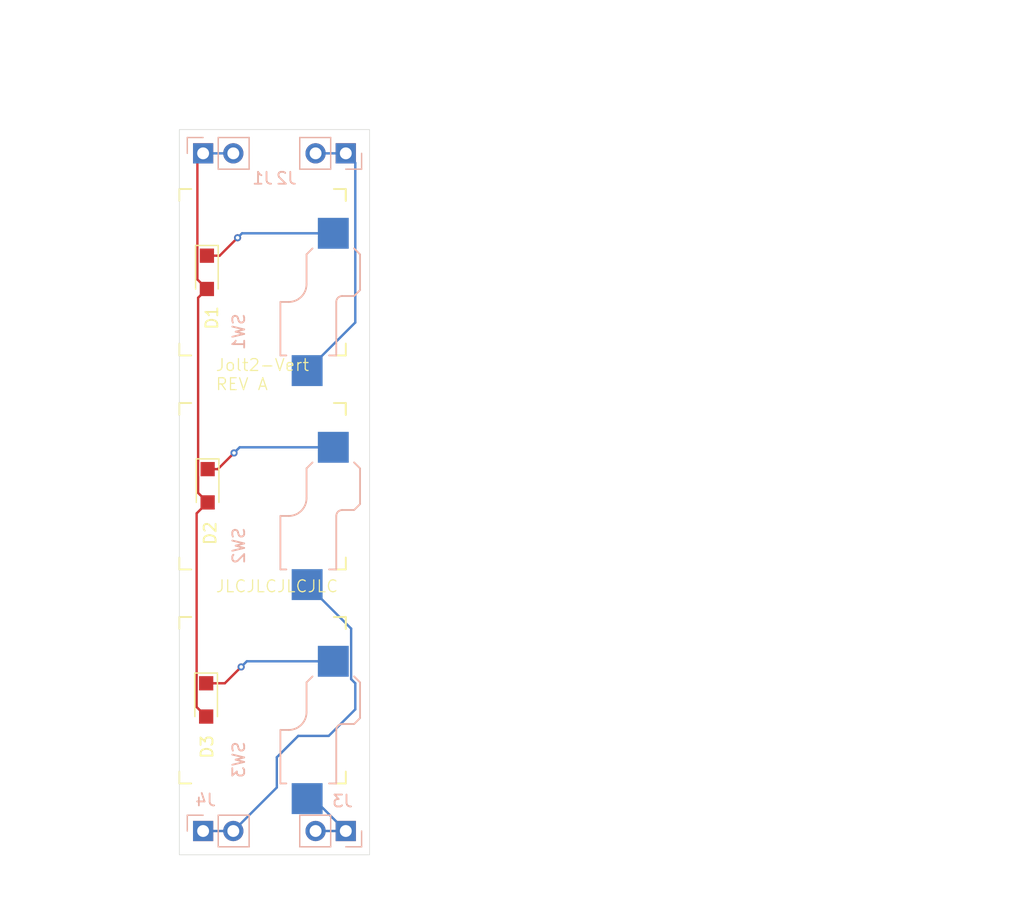
<source format=kicad_pcb>
(kicad_pcb (version 20240108) (generator "pcbnew") (generator_version "8.0")
  (title_block (title "Jolt 2 - Vertical"))
  (layers (0 "F.Cu" signal) (31 "B.Cu" signal) (34 "B.Paste" user) (35 "F.Paste" user) (36 "B.SilkS" user "B.Silkscreen") (37 "F.SilkS" user "F.Silkscreen") (38 "B.Mask" user) (39 "F.Mask" user) (44 "Edge.Cuts" user))
  (net 0 "")
  (net 1 "Net-(D1-A)")
  (net 2 "Net-(D1-K)")
  (net 3 "Net-(D2-K)")
  (net 4 "Net-(D3-K)")
  (net 5 "Net-(J2-Pin_1)")
  (net 6 "Net-(J3-Pin_1)")
  (net 7 "Net-(J4-Pin_1)")
  (footprint "Diode_SMD:Nexperia_CFP3_SOD-123W" (layer "F.Cu") (at 108.256081 99.97359 -90)
    (property "Reference" "D3" (at 3.947406 -0.074544 90) (layer "F.SilkS"))
    (property "Value" "BAV19W")
    (fp_line (start -2.26 0.95) (end 1.4 0.95) (stroke (width 0.12)) (layer "F.SilkS"))
    (fp_line (start -2.26 -0.95) (end -2.26 0.95) (stroke (width 0.12)) (layer "F.SilkS"))
    (fp_line (start -2.26 -0.95) (end 1.4 -0.95) (stroke (width 0.12)) (layer "F.SilkS"))
    (pad "1" smd rect (at -1.4 0 270) (size 1.2 1.2) (layers "F.Cu" "F.Paste" "F.Mask") (net 4 "Net-(D3-K)"))
    (pad "2" smd rect (at 1.4 0 270) (size 1.2 1.2) (layers "F.Cu" "F.Paste" "F.Mask") (net 1 "Net-(D1-A)"))
  )
  (footprint "Diode_SMD:Nexperia_CFP3_SOD-123W" (layer "F.Cu") (at 108.317983 64.008697 -90)
    (property "Reference" "D1" (at 3.827728 -0.421698 90) (layer "F.SilkS"))
    (property "Value" "BAV19W")
    (fp_line (start -2.26 0.95) (end 1.4 0.95) (stroke (width 0.12)) (layer "F.SilkS"))
    (fp_line (start -2.26 -0.95) (end -2.26 0.95) (stroke (width 0.12)) (layer "F.SilkS"))
    (fp_line (start -2.26 -0.95) (end 1.4 -0.95) (stroke (width 0.12)) (layer "F.SilkS"))
    (pad "1" smd rect (at -1.4 0 270) (size 1.2 1.2) (layers "F.Cu" "F.Paste" "F.Mask") (net 2 "Net-(D1-K)"))
    (pad "2" smd rect (at 1.4 0 270) (size 1.2 1.2) (layers "F.Cu" "F.Paste" "F.Mask") (net 1 "Net-(D1-A)"))
  )
  (footprint "Diode_SMD:Nexperia_CFP3_SOD-123W" (layer "F.Cu") (at 108.379885 81.960193 -90)
    (property "Reference" "D2" (at 3.991563 -0.213705 90) (layer "F.SilkS"))
    (property "Value" "BAV19W")
    (fp_line (start -2.26 0.95) (end 1.4 0.95) (stroke (width 0.12)) (layer "F.SilkS"))
    (fp_line (start -2.26 -0.95) (end -2.26 0.95) (stroke (width 0.12)) (layer "F.SilkS"))
    (fp_line (start -2.26 -0.95) (end 1.4 -0.95) (stroke (width 0.12)) (layer "F.SilkS"))
    (pad "1" smd rect (at -1.4 0 270) (size 1.2 1.2) (layers "F.Cu" "F.Paste" "F.Mask") (net 3 "Net-(D2-K)"))
    (pad "2" smd rect (at 1.4 0 270) (size 1.2 1.2) (layers "F.Cu" "F.Paste" "F.Mask") (net 1 "Net-(D1-A)"))
  )
  (footprint "Keyboard Switches:Kailh_socket_PG1350" (layer "F.Cu") (at 113 64 90)
    (property "Reference" "SW1" (at -5 -2 90) (layer "B.SilkS") (effects (justify mirror)))
    (property "Value" "SW_SPST")
    (fp_line (start -2.5 1.5) (end -7 1.5) (stroke (width 0.15)) (layer "B.SilkS"))
    (fp_line (start -7 1.5) (end -7 2) (stroke (width 0.15)) (layer "B.SilkS"))
    (fp_line (start -2.5 2.2) (end -2.5 1.5) (stroke (width 0.15)) (layer "B.SilkS"))
    (fp_line (start 1.5 3.7) (end -1 3.7) (stroke (width 0.15)) (layer "B.SilkS"))
    (fp_line (start 2 4.2) (end 1.5 3.7) (stroke (width 0.15)) (layer "B.SilkS"))
    (fp_line (start -7 5.6) (end -7 6.2) (stroke (width 0.15)) (layer "B.SilkS"))
    (fp_line (start -7 6.2) (end -2.5 6.2) (stroke (width 0.15)) (layer "B.SilkS"))
    (fp_line (start -2 6.7) (end -2 7.7) (stroke (width 0.15)) (layer "B.SilkS"))
    (fp_line (start 2 7.7) (end 1.5 8.2) (stroke (width 0.15)) (layer "B.SilkS"))
    (fp_line (start 1.5 8.2) (end -1.5 8.2) (stroke (width 0.15)) (layer "B.SilkS"))
    (fp_line (start -1.5 8.2) (end -2 7.7) (stroke (width 0.15)) (layer "B.SilkS"))
    (fp_arc (start -1 3.7) (mid -2.06066 3.26066) (end -2.5 2.2) (stroke (width 0.15)) (layer "B.SilkS"))
    (fp_arc (start -2.5 6.2) (mid -2.146447 6.346447) (end -2 6.7) (stroke (width 0.15)) (layer "B.SilkS"))
    (fp_line (start 7 -7) (end 6 -7) (stroke (width 0.15)) (layer "F.SilkS"))
    (fp_line (start 7 -7) (end 7 -6) (stroke (width 0.15)) (layer "F.SilkS"))
    (fp_line (start -6 -7) (end -7 -7) (stroke (width 0.15)) (layer "F.SilkS"))
    (fp_line (start -7 -6) (end -7 -7) (stroke (width 0.15)) (layer "F.SilkS"))
    (fp_line (start 7 6) (end 7 7) (stroke (width 0.15)) (layer "F.SilkS"))
    (fp_line (start 7 7) (end 6 7) (stroke (width 0.15)) (layer "F.SilkS"))
    (fp_line (start 6 7) (end 7 7) (stroke (width 0.15)) (layer "F.SilkS"))
    (fp_line (start -7 7) (end -7 6) (stroke (width 0.15)) (layer "F.SilkS"))
    (fp_line (start -7 7) (end -6 7) (stroke (width 0.15)) (layer "F.SilkS"))
    (pad "" np_thru_hole circle (at -5.5 0 90) (size 1.7018 1.7018) (drill 1.7018) (layers "*.Cu" "*.Mask"))
    (pad "" np_thru_hole circle (at -5 3.75 90) (size 3 3) (drill 3) (layers "*.Cu" "*.Mask"))
    (pad "" np_thru_hole circle (at 0 0 90) (size 3.429 3.429) (drill 3.429) (layers "*.Cu" "*.Mask"))
    (pad "" np_thru_hole circle (at 0 5.95 90) (size 3 3) (drill 3) (layers "*.Cu" "*.Mask"))
    (pad "" np_thru_hole circle (at 5.22 -4.2 90) (size 0.9906 0.9906) (drill 0.9906) (layers "*.Cu" "*.Mask"))
    (pad "" np_thru_hole circle (at 5.5 0 90) (size 1.7018 1.7018) (drill 1.7018) (layers "*.Cu" "*.Mask"))
    (pad "1" smd rect (at 3.275 5.95 90) (size 2.6 2.6) (layers "B.Cu" "B.Paste" "B.Mask") (net 2 "Net-(D1-K)"))
    (pad "2" smd rect (at -8.275 3.75 90) (size 2.6 2.6) (layers "B.Cu" "B.Paste" "B.Mask") (net 5 "Net-(J2-Pin_1)"))
  )
  (footprint "Keyboard Switches:Kailh_socket_PG1350" (layer "F.Cu") (at 113 100 90)
    (property "Reference" "SW3" (at -5 -2 90) (layer "B.SilkS") (effects (justify mirror)))
    (property "Value" "SW_SPST")
    (fp_line (start -2.5 1.5) (end -7 1.5) (stroke (width 0.15)) (layer "B.SilkS"))
    (fp_line (start -7 1.5) (end -7 2) (stroke (width 0.15)) (layer "B.SilkS"))
    (fp_line (start -2.5 2.2) (end -2.5 1.5) (stroke (width 0.15)) (layer "B.SilkS"))
    (fp_line (start 1.5 3.7) (end -1 3.7) (stroke (width 0.15)) (layer "B.SilkS"))
    (fp_line (start 2 4.2) (end 1.5 3.7) (stroke (width 0.15)) (layer "B.SilkS"))
    (fp_line (start -7 5.6) (end -7 6.2) (stroke (width 0.15)) (layer "B.SilkS"))
    (fp_line (start -7 6.2) (end -2.5 6.2) (stroke (width 0.15)) (layer "B.SilkS"))
    (fp_line (start -2 6.7) (end -2 7.7) (stroke (width 0.15)) (layer "B.SilkS"))
    (fp_line (start 2 7.7) (end 1.5 8.2) (stroke (width 0.15)) (layer "B.SilkS"))
    (fp_line (start 1.5 8.2) (end -1.5 8.2) (stroke (width 0.15)) (layer "B.SilkS"))
    (fp_line (start -1.5 8.2) (end -2 7.7) (stroke (width 0.15)) (layer "B.SilkS"))
    (fp_arc (start -1 3.7) (mid -2.06066 3.26066) (end -2.5 2.2) (stroke (width 0.15)) (layer "B.SilkS"))
    (fp_arc (start -2.5 6.2) (mid -2.146447 6.346447) (end -2 6.7) (stroke (width 0.15)) (layer "B.SilkS"))
    (fp_line (start 7 -7) (end 6 -7) (stroke (width 0.15)) (layer "F.SilkS"))
    (fp_line (start 7 -7) (end 7 -6) (stroke (width 0.15)) (layer "F.SilkS"))
    (fp_line (start -6 -7) (end -7 -7) (stroke (width 0.15)) (layer "F.SilkS"))
    (fp_line (start -7 -6) (end -7 -7) (stroke (width 0.15)) (layer "F.SilkS"))
    (fp_line (start 7 6) (end 7 7) (stroke (width 0.15)) (layer "F.SilkS"))
    (fp_line (start 7 7) (end 6 7) (stroke (width 0.15)) (layer "F.SilkS"))
    (fp_line (start 6 7) (end 7 7) (stroke (width 0.15)) (layer "F.SilkS"))
    (fp_line (start -7 7) (end -7 6) (stroke (width 0.15)) (layer "F.SilkS"))
    (fp_line (start -7 7) (end -6 7) (stroke (width 0.15)) (layer "F.SilkS"))
    (pad "" np_thru_hole circle (at -5.5 0 90) (size 1.7018 1.7018) (drill 1.7018) (layers "*.Cu" "*.Mask"))
    (pad "" np_thru_hole circle (at -5 3.75 90) (size 3 3) (drill 3) (layers "*.Cu" "*.Mask"))
    (pad "" np_thru_hole circle (at 0 0 90) (size 3.429 3.429) (drill 3.429) (layers "*.Cu" "*.Mask"))
    (pad "" np_thru_hole circle (at 0 5.95 90) (size 3 3) (drill 3) (layers "*.Cu" "*.Mask"))
    (pad "" np_thru_hole circle (at 5.22 -4.2 90) (size 0.9906 0.9906) (drill 0.9906) (layers "*.Cu" "*.Mask"))
    (pad "" np_thru_hole circle (at 5.5 0 90) (size 1.7018 1.7018) (drill 1.7018) (layers "*.Cu" "*.Mask"))
    (pad "1" smd rect (at 3.275 5.95 90) (size 2.6 2.6) (layers "B.Cu" "B.Paste" "B.Mask") (net 4 "Net-(D3-K)"))
    (pad "2" smd rect (at -8.275 3.75 90) (size 2.6 2.6) (layers "B.Cu" "B.Paste" "B.Mask") (net 6 "Net-(J3-Pin_1)"))
  )
  (footprint "Keyboard Switches:Kailh_socket_PG1350" (layer "F.Cu") (at 113 82 90)
    (property "Reference" "SW2" (at -5 -2 90) (layer "B.SilkS") (effects (justify mirror)))
    (property "Value" "SW_SPST")
    (fp_line (start -2.5 1.5) (end -7 1.5) (stroke (width 0.15)) (layer "B.SilkS"))
    (fp_line (start -7 1.5) (end -7 2) (stroke (width 0.15)) (layer "B.SilkS"))
    (fp_line (start -2.5 2.2) (end -2.5 1.5) (stroke (width 0.15)) (layer "B.SilkS"))
    (fp_line (start 1.5 3.7) (end -1 3.7) (stroke (width 0.15)) (layer "B.SilkS"))
    (fp_line (start 2 4.2) (end 1.5 3.7) (stroke (width 0.15)) (layer "B.SilkS"))
    (fp_line (start -7 5.6) (end -7 6.2) (stroke (width 0.15)) (layer "B.SilkS"))
    (fp_line (start -7 6.2) (end -2.5 6.2) (stroke (width 0.15)) (layer "B.SilkS"))
    (fp_line (start -2 6.7) (end -2 7.7) (stroke (width 0.15)) (layer "B.SilkS"))
    (fp_line (start 2 7.7) (end 1.5 8.2) (stroke (width 0.15)) (layer "B.SilkS"))
    (fp_line (start 1.5 8.2) (end -1.5 8.2) (stroke (width 0.15)) (layer "B.SilkS"))
    (fp_line (start -1.5 8.2) (end -2 7.7) (stroke (width 0.15)) (layer "B.SilkS"))
    (fp_arc (start -1 3.7) (mid -2.06066 3.26066) (end -2.5 2.2) (stroke (width 0.15)) (layer "B.SilkS"))
    (fp_arc (start -2.5 6.2) (mid -2.146447 6.346447) (end -2 6.7) (stroke (width 0.15)) (layer "B.SilkS"))
    (fp_line (start 7 -7) (end 6 -7) (stroke (width 0.15)) (layer "F.SilkS"))
    (fp_line (start 7 -7) (end 7 -6) (stroke (width 0.15)) (layer "F.SilkS"))
    (fp_line (start -6 -7) (end -7 -7) (stroke (width 0.15)) (layer "F.SilkS"))
    (fp_line (start -7 -6) (end -7 -7) (stroke (width 0.15)) (layer "F.SilkS"))
    (fp_line (start 7 6) (end 7 7) (stroke (width 0.15)) (layer "F.SilkS"))
    (fp_line (start 7 7) (end 6 7) (stroke (width 0.15)) (layer "F.SilkS"))
    (fp_line (start 6 7) (end 7 7) (stroke (width 0.15)) (layer "F.SilkS"))
    (fp_line (start -7 7) (end -7 6) (stroke (width 0.15)) (layer "F.SilkS"))
    (fp_line (start -7 7) (end -6 7) (stroke (width 0.15)) (layer "F.SilkS"))
    (pad "" np_thru_hole circle (at -5.5 0 90) (size 1.7018 1.7018) (drill 1.7018) (layers "*.Cu" "*.Mask"))
    (pad "" np_thru_hole circle (at -5 3.75 90) (size 3 3) (drill 3) (layers "*.Cu" "*.Mask"))
    (pad "" np_thru_hole circle (at 0 0 90) (size 3.429 3.429) (drill 3.429) (layers "*.Cu" "*.Mask"))
    (pad "" np_thru_hole circle (at 0 5.95 90) (size 3 3) (drill 3) (layers "*.Cu" "*.Mask"))
    (pad "" np_thru_hole circle (at 5.22 -4.2 90) (size 0.9906 0.9906) (drill 0.9906) (layers "*.Cu" "*.Mask"))
    (pad "" np_thru_hole circle (at 5.5 0 90) (size 1.7018 1.7018) (drill 1.7018) (layers "*.Cu" "*.Mask"))
    (pad "1" smd rect (at 3.275 5.95 90) (size 2.6 2.6) (layers "B.Cu" "B.Paste" "B.Mask") (net 3 "Net-(D2-K)"))
    (pad "2" smd rect (at -8.275 3.75 90) (size 2.6 2.6) (layers "B.Cu" "B.Paste" "B.Mask") (net 7 "Net-(J4-Pin_1)"))
  )
  (footprint "Connector_PinHeader_2.54mm:PinHeader_1x02_P2.54mm_Vertical" (layer "B.Cu") (at 108 54 -90)
    (property "Reference" "J1" (at 2.1 -5 180) (layer "B.SilkS") (effects (justify mirror)))
    (property "Value" "Conn_01x02_Pin")
    (fp_line (start -1.33 1.33) (end -1.33 0) (stroke (width 0.12)) (layer "B.SilkS"))
    (fp_line (start 0 1.33) (end -1.33 1.33) (stroke (width 0.12)) (layer "B.SilkS"))
    (fp_line (start 1.33 -1.27) (end -1.33 -1.27) (stroke (width 0.12)) (layer "B.SilkS"))
    (fp_line (start -1.33 -3.87) (end -1.33 -1.27) (stroke (width 0.12)) (layer "B.SilkS"))
    (fp_line (start 1.33 -3.87) (end 1.33 -1.27) (stroke (width 0.12)) (layer "B.SilkS"))
    (fp_line (start 1.33 -3.87) (end -1.33 -3.87) (stroke (width 0.12)) (layer "B.SilkS"))
    (pad "1" thru_hole rect (at 0 0 270) (size 1.7 1.7) (drill 1) (layers "*.Cu" "*.Mask") (net 1 "Net-(D1-A)"))
    (pad "2" thru_hole oval (at 0 -2.54 270) (size 1.7 1.7) (drill 1) (layers "*.Cu" "*.Mask") (net 1 "Net-(D1-A)"))
  )
  (footprint "Connector_PinHeader_2.54mm:PinHeader_1x02_P2.54mm_Vertical" (layer "B.Cu") (at 120 111 90)
    (property "Reference" "J3" (at 2.520953 -0.274247 0) (layer "B.SilkS") (effects (justify mirror)))
    (property "Value" "Conn_01x02_Pin")
    (fp_line (start 1.33 -3.87) (end -1.33 -3.87) (stroke (width 0.12)) (layer "B.SilkS"))
    (fp_line (start 1.33 -3.87) (end 1.33 -1.27) (stroke (width 0.12)) (layer "B.SilkS"))
    (fp_line (start -1.33 -3.87) (end -1.33 -1.27) (stroke (width 0.12)) (layer "B.SilkS"))
    (fp_line (start 1.33 -1.27) (end -1.33 -1.27) (stroke (width 0.12)) (layer "B.SilkS"))
    (fp_line (start 0 1.33) (end -1.33 1.33) (stroke (width 0.12)) (layer "B.SilkS"))
    (fp_line (start -1.33 1.33) (end -1.33 0) (stroke (width 0.12)) (layer "B.SilkS"))
    (pad "1" thru_hole rect (at 0 0 90) (size 1.7 1.7) (drill 1) (layers "*.Cu" "*.Mask") (net 6 "Net-(J3-Pin_1)"))
    (pad "2" thru_hole oval (at 0 -2.54 90) (size 1.7 1.7) (drill 1) (layers "*.Cu" "*.Mask") (net 6 "Net-(J3-Pin_1)"))
  )
  (footprint "Connector_PinHeader_2.54mm:PinHeader_1x02_P2.54mm_Vertical" (layer "B.Cu") (at 120 54 90)
    (property "Reference" "J2" (at -2.1 -5 180) (layer "B.SilkS") (effects (justify mirror)))
    (property "Value" "Conn_01x02_Pin")
    (fp_line (start 1.33 -3.87) (end -1.33 -3.87) (stroke (width 0.12)) (layer "B.SilkS"))
    (fp_line (start 1.33 -3.87) (end 1.33 -1.27) (stroke (width 0.12)) (layer "B.SilkS"))
    (fp_line (start -1.33 -3.87) (end -1.33 -1.27) (stroke (width 0.12)) (layer "B.SilkS"))
    (fp_line (start 1.33 -1.27) (end -1.33 -1.27) (stroke (width 0.12)) (layer "B.SilkS"))
    (fp_line (start 0 1.33) (end -1.33 1.33) (stroke (width 0.12)) (layer "B.SilkS"))
    (fp_line (start -1.33 1.33) (end -1.33 0) (stroke (width 0.12)) (layer "B.SilkS"))
    (pad "1" thru_hole rect (at 0 0 90) (size 1.7 1.7) (drill 1) (layers "*.Cu" "*.Mask") (net 5 "Net-(J2-Pin_1)"))
    (pad "2" thru_hole oval (at 0 -2.54 90) (size 1.7 1.7) (drill 1) (layers "*.Cu" "*.Mask") (net 5 "Net-(J2-Pin_1)"))
  )
  (footprint "Connector_PinHeader_2.54mm:PinHeader_1x02_P2.54mm_Vertical" (layer "B.Cu") (at 108 111 -90)
    (property "Reference" "J4" (at -2.608608 -0.213752 0) (layer "B.SilkS") (effects (justify mirror)))
    (property "Value" "Conn_01x02_Pin")
    (fp_line (start -1.33 1.33) (end -1.33 0) (stroke (width 0.12)) (layer "B.SilkS"))
    (fp_line (start 0 1.33) (end -1.33 1.33) (stroke (width 0.12)) (layer "B.SilkS"))
    (fp_line (start 1.33 -1.27) (end -1.33 -1.27) (stroke (width 0.12)) (layer "B.SilkS"))
    (fp_line (start -1.33 -3.87) (end -1.33 -1.27) (stroke (width 0.12)) (layer "B.SilkS"))
    (fp_line (start 1.33 -3.87) (end 1.33 -1.27) (stroke (width 0.12)) (layer "B.SilkS"))
    (fp_line (start 1.33 -3.87) (end -1.33 -3.87) (stroke (width 0.12)) (layer "B.SilkS"))
    (pad "1" thru_hole rect (at 0 0 270) (size 1.7 1.7) (drill 1) (layers "*.Cu" "*.Mask") (net 7 "Net-(J4-Pin_1)"))
    (pad "2" thru_hole oval (at 0 -2.54 270) (size 1.7 1.7) (drill 1) (layers "*.Cu" "*.Mask") (net 7 "Net-(J4-Pin_1)"))
  )
  (gr_rect (start 106 52) (end 122 113) (stroke (width 0.05)) (fill none) (layer "Edge.Cuts"))
  (gr_text "JLCJLCJLCJLC" (at 109 91 0) (layer "F.SilkS") (effects (font (size 1 1) (thickness 0.1)) (justify left bottom)))
  (gr_text "Jolt2-Vert\nREV A" (at 109 74 -0) (layer "F.SilkS") (effects (font (size 1 1) (thickness 0.1)) (justify left bottom)))
  (segment (start 108.317983 65.408697) (end 107.579885 66.146795) (width 0.2) (layer "F.Cu") (net 1))
  (segment (start 108.379885 83.360193) (end 107.456081 84.283997) (width 0.2) (layer "F.Cu") (net 1))
  (segment (start 107.517983 54.482017) (end 108 54) (width 0.2) (layer "F.Cu") (net 1))
  (segment (start 107.456081 84.283997) (end 107.456081 100.57359) (width 0.2) (layer "F.Cu") (net 1))
  (segment (start 107.517983 64.608697) (end 107.517983 54.482017) (width 0.2) (layer "F.Cu") (net 1))
  (segment (start 107.579885 66.146795) (end 107.579885 82.560193) (width 0.2) (layer "F.Cu") (net 1))
  (segment (start 107.456081 100.57359) (end 108.256081 101.37359) (width 0.2) (layer "F.Cu") (net 1))
  (segment (start 107.579885 82.560193) (end 108.379885 83.360193) (width 0.2) (layer "F.Cu") (net 1))
  (segment (start 108.317983 65.408697) (end 107.517983 64.608697) (width 0.2) (layer "F.Cu") (net 1))
  (segment (start 110.54 54) (end 108 54) (width 0.2) (layer "B.Cu") (net 1))
  (segment (start 110.9 61.1) (end 109.391303 62.608697) (width 0.2) (layer "F.Cu") (net 2))
  (segment (start 109.391303 62.608697) (end 108.317983 62.608697) (width 0.2) (layer "F.Cu") (net 2))
  (via (at 110.9 61.1) (size 0.6) (drill 0.3) (layers "F.Cu" "B.Cu") (net 2))
  (segment (start 118.95 60.725) (end 111.275 60.725) (width 0.2) (layer "B.Cu") (net 2))
  (segment (start 111.275 60.725) (end 110.9 61.1) (width 0.2) (layer "B.Cu") (net 2))
  (segment (start 110.6 79.2) (end 109.239807 80.560193) (width 0.2) (layer "F.Cu") (net 3))
  (segment (start 109.239807 80.560193) (end 108.379885 80.560193) (width 0.2) (layer "F.Cu") (net 3))
  (via (at 110.6 79.2) (size 0.6) (drill 0.3) (layers "F.Cu" "B.Cu") (net 3))
  (segment (start 111.075 78.725) (end 110.6 79.2) (width 0.2) (layer "B.Cu") (net 3))
  (segment (start 118.95 78.725) (end 111.075 78.725) (width 0.2) (layer "B.Cu") (net 3))
  (segment (start 109.82641 98.57359) (end 108.256081 98.57359) (width 0.2) (layer "F.Cu") (net 4))
  (segment (start 111.2 97.2) (end 109.82641 98.57359) (width 0.2) (layer "F.Cu") (net 4))
  (via (at 111.2 97.2) (size 0.6) (drill 0.3) (layers "F.Cu" "B.Cu") (net 4))
  (segment (start 118.95 96.725) (end 111.675 96.725) (width 0.2) (layer "B.Cu") (net 4))
  (segment (start 111.675 96.725) (end 111.2 97.2) (width 0.2) (layer "B.Cu") (net 4))
  (segment (start 120.8 54.8) (end 120 54) (width 0.2) (layer "B.Cu") (net 5))
  (segment (start 120.8 68.225) (end 120.8 54.8) (width 0.2) (layer "B.Cu") (net 5))
  (segment (start 116.75 72.275) (end 120.8 68.225) (width 0.2) (layer "B.Cu") (net 5))
  (segment (start 120 54) (end 117.46 54) (width 0.2) (layer "B.Cu") (net 5))
  (segment (start 116.75 108.275) (end 117.275 108.275) (width 0.2) (layer "B.Cu") (net 6))
  (segment (start 117.275 108.275) (end 120 111) (width 0.2) (layer "B.Cu") (net 6))
  (segment (start 117.46 111) (end 120 111) (width 0.2) (layer "B.Cu") (net 6))
  (segment (start 120.45 98.225) (end 120.8 98.575) (width 0.2) (layer "B.Cu") (net 7))
  (segment (start 116 103) (end 114.2009 104.7991) (width 0.2) (layer "B.Cu") (net 7))
  (segment (start 114.2009 107.3391) (end 110.54 111) (width 0.2) (layer "B.Cu") (net 7))
  (segment (start 120.45 93.975) (end 120.45 98.225) (width 0.2) (layer "B.Cu") (net 7))
  (segment (start 114.2009 104.7991) (end 114.2009 107.3391) (width 0.2) (layer "B.Cu") (net 7))
  (segment (start 120.8 98.575) (end 120.8 100.766295) (width 0.2) (layer "B.Cu") (net 7))
  (segment (start 120.8 100.766295) (end 118.566295 103) (width 0.2) (layer "B.Cu") (net 7))
  (segment (start 118.566295 103) (end 116 103) (width 0.2) (layer "B.Cu") (net 7))
  (segment (start 110.54 111) (end 108 111) (width 0.2) (layer "B.Cu") (net 7))
  (segment (start 116.75 90.275) (end 120.45 93.975) (width 0.2) (layer "B.Cu") (net 7))
)
</source>
